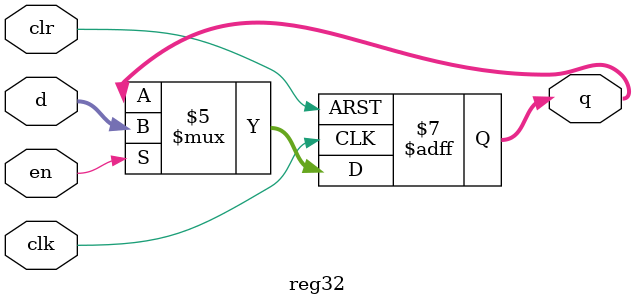
<source format=v>
module reg32 (
	output reg [31:0] q,
	input wire [31:0] d,
	input wire en, clk, clr
);

// Set initial value
initial begin
	q <= 0;
end

always@(posedge clk, posedge clr) begin
		if(clr == 1) begin
			q <= 0;
		end
		else if (en == 1) begin
			q <= d;
		end
end
endmodule

</source>
